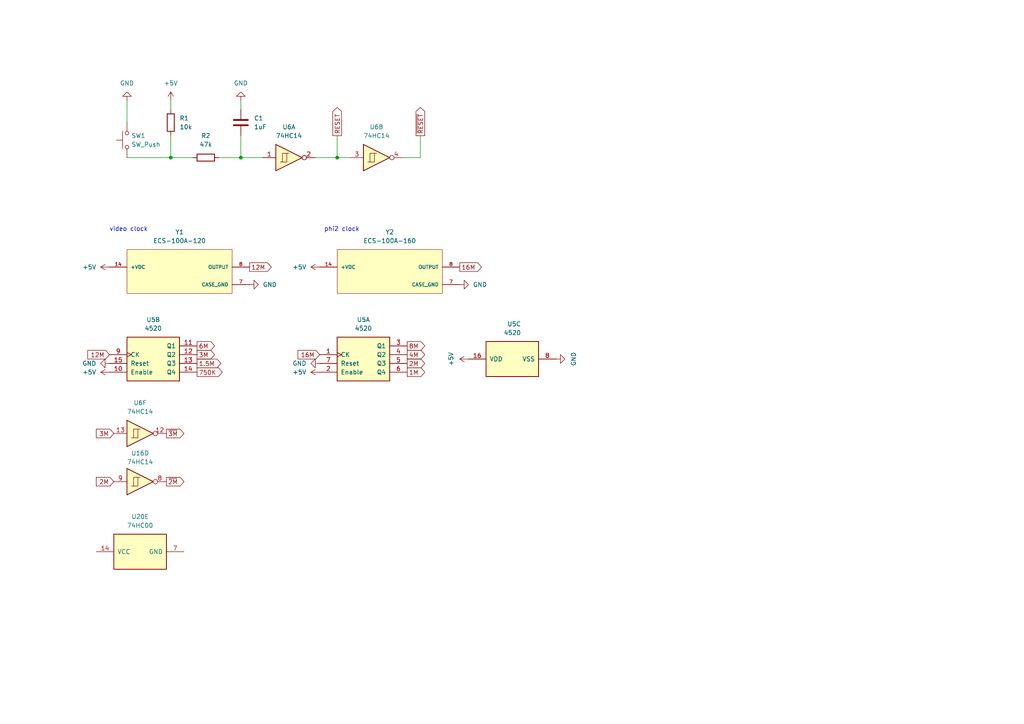
<source format=kicad_sch>
(kicad_sch (version 20230121) (generator eeschema)
  (paper "A4")
  (title_block (title "ʕ·ᴥ·ʔ-clock & reset"))
  (lib_symbols
    (symbol "4xxx:4520" (pin_names (offset 1.016))
      (property "Reference" "U" (at -7.62 8.89 0))
      (property "Value" "4520" (at -7.62 -8.89 0))
      (symbol "4520_1_0"
        (pin input clock (at -12.7 0 0) (length 5.08) (name "CK") (number "1"))
        (pin input line (at -12.7 -5.08 0) (length 5.08) (name "Enable") (number "2"))
        (pin output line (at 12.7 2.54 180) (length 5.08) (name "Q1") (number "3"))
        (pin output line (at 12.7 0 180) (length 5.08) (name "Q2") (number "4"))
        (pin output line (at 12.7 -2.54 180) (length 5.08) (name "Q3") (number "5"))
        (pin output line (at 12.7 -5.08 180) (length 5.08) (name "Q4") (number "6"))
        (pin input line (at -12.7 -2.54 0) (length 5.08) (name "Reset") (number "7"))
      )
      (symbol "4520_1_1"
        (rectangle (start -7.62 5.08) (end 7.62 -7.62) (stroke (width 0.254)) (fill (type background)))
      )
      (symbol "4520_2_0"
        (pin input line (at -12.7 -5.08 0) (length 5.08) (name "Enable") (number "10"))
        (pin output line (at 12.7 2.54 180) (length 5.08) (name "Q1") (number "11"))
        (pin output line (at 12.7 0 180) (length 5.08) (name "Q2") (number "12"))
        (pin output line (at 12.7 -2.54 180) (length 5.08) (name "Q3") (number "13"))
        (pin output line (at 12.7 -5.08 180) (length 5.08) (name "Q4") (number "14"))
        (pin input line (at -12.7 -2.54 0) (length 5.08) (name "Reset") (number "15"))
        (pin input clock (at -12.7 0 0) (length 5.08) (name "CK") (number "9"))
      )
      (symbol "4520_2_1"
        (rectangle (start -7.62 5.08) (end 7.62 -7.62) (stroke (width 0.254)) (fill (type background)))
      )
      (symbol "4520_3_0"
        (pin power_in line (at 0 12.7 270) (length 5.08) (name "VDD") (number "16"))
        (pin power_in line (at 0 -12.7 90) (length 5.08) (name "VSS") (number "8"))
      )
      (symbol "4520_3_1"
        (rectangle (start -5.08 7.62) (end 5.08 -7.62) (stroke (width 0.254)) (fill (type background)))
      )
    )
    (symbol "74xx:74HC00" (pin_names (offset 1.016))
      (property "Reference" "U" (at 0 1.27 0))
      (property "Value" "74HC00" (at 0 -1.27 0))
      (symbol "74HC00_1_1"
        (arc (start 0 -3.81) (mid 3.7934 0) (end 0 3.81) (stroke (width 0.254)) (fill (type background)))
        (polyline (pts (xy 0 3.81) (xy -3.81 3.81) (xy -3.81 -3.81) (xy 0 -3.81)) (stroke (width 0.254)) (fill (type background)))
        (pin input line (at -7.62 2.54 0) (length 3.81) (name "~") (number "1"))
        (pin input line (at -7.62 -2.54 0) (length 3.81) (name "~") (number "2"))
        (pin output inverted (at 7.62 0 180) (length 3.81) (name "~") (number "3"))
      )
      (symbol "74HC00_1_2"
        (arc (start -3.81 -3.81) (mid -2.589 0) (end -3.81 3.81) (stroke (width 0.254)))
        (arc (start -0.6096 -3.81) (mid 2.1842 -2.5851) (end 3.81 0) (stroke (width 0.254)) (fill (type background)))
        (polyline (pts (xy -3.81 -3.81) (xy -0.635 -3.81)) (stroke (width 0.254)) (fill (type background)))
        (polyline (pts (xy -3.81 3.81) (xy -0.635 3.81)) (stroke (width 0.254)) (fill (type background)))
        (polyline (pts (xy -0.635 3.81) (xy -3.81 3.81) (xy -3.81 3.81) (xy -3.556 3.4036) (xy -3.0226 2.2606) (xy -2.6924 1.0414) (xy -2.6162 -0.254) (xy -2.7686 -1.4986) (xy -3.175 -2.7178) (xy -3.81 -3.81) (xy -3.81 -3.81) (xy -0.635 -3.81)) (stroke (width -25.4)) (fill (type background)))
        (arc (start 3.81 0) (mid 2.1915 2.5936) (end -0.6096 3.81) (stroke (width 0.254)) (fill (type background)))
        (pin input inverted (at -7.62 2.54 0) (length 4.318) (name "~") (number "1"))
        (pin input inverted (at -7.62 -2.54 0) (length 4.318) (name "~") (number "2"))
        (pin output line (at 7.62 0 180) (length 3.81) (name "~") (number "3"))
      )
      (symbol "74HC00_2_1"
        (arc (start 0 -3.81) (mid 3.7934 0) (end 0 3.81) (stroke (width 0.254)) (fill (type background)))
        (polyline (pts (xy 0 3.81) (xy -3.81 3.81) (xy -3.81 -3.81) (xy 0 -3.81)) (stroke (width 0.254)) (fill (type background)))
        (pin input line (at -7.62 2.54 0) (length 3.81) (name "~") (number "4"))
        (pin input line (at -7.62 -2.54 0) (length 3.81) (name "~") (number "5"))
        (pin output inverted (at 7.62 0 180) (length 3.81) (name "~") (number "6"))
      )
      (symbol "74HC00_2_2"
        (arc (start -3.81 -3.81) (mid -2.589 0) (end -3.81 3.81) (stroke (width 0.254)))
        (arc (start -0.6096 -3.81) (mid 2.1842 -2.5851) (end 3.81 0) (stroke (width 0.254)) (fill (type background)))
        (polyline (pts (xy -3.81 -3.81) (xy -0.635 -3.81)) (stroke (width 0.254)) (fill (type background)))
        (polyline (pts (xy -3.81 3.81) (xy -0.635 3.81)) (stroke (width 0.254)) (fill (type background)))
        (polyline (pts (xy -0.635 3.81) (xy -3.81 3.81) (xy -3.81 3.81) (xy -3.556 3.4036) (xy -3.0226 2.2606) (xy -2.6924 1.0414) (xy -2.6162 -0.254) (xy -2.7686 -1.4986) (xy -3.175 -2.7178) (xy -3.81 -3.81) (xy -3.81 -3.81) (xy -0.635 -3.81)) (stroke (width -25.4)) (fill (type background)))
        (arc (start 3.81 0) (mid 2.1915 2.5936) (end -0.6096 3.81) (stroke (width 0.254)) (fill (type background)))
        (pin input inverted (at -7.62 2.54 0) (length 4.318) (name "~") (number "4"))
        (pin input inverted (at -7.62 -2.54 0) (length 4.318) (name "~") (number "5"))
        (pin output line (at 7.62 0 180) (length 3.81) (name "~") (number "6"))
      )
      (symbol "74HC00_3_1"
        (arc (start 0 -3.81) (mid 3.7934 0) (end 0 3.81) (stroke (width 0.254)) (fill (type background)))
        (polyline (pts (xy 0 3.81) (xy -3.81 3.81) (xy -3.81 -3.81) (xy 0 -3.81)) (stroke (width 0.254)) (fill (type background)))
        (pin input line (at -7.62 -2.54 0) (length 3.81) (name "~") (number "10"))
        (pin output inverted (at 7.62 0 180) (length 3.81) (name "~") (number "8"))
        (pin input line (at -7.62 2.54 0) (length 3.81) (name "~") (number "9"))
      )
      (symbol "74HC00_3_2"
        (arc (start -3.81 -3.81) (mid -2.589 0) (end -3.81 3.81) (stroke (width 0.254)))
        (arc (start -0.6096 -3.81) (mid 2.1842 -2.5851) (end 3.81 0) (stroke (width 0.254)) (fill (type background)))
        (polyline (pts (xy -3.81 -3.81) (xy -0.635 -3.81)) (stroke (width 0.254)) (fill (type background)))
        (polyline (pts (xy -3.81 3.81) (xy -0.635 3.81)) (stroke (width 0.254)) (fill (type background)))
        (polyline (pts (xy -0.635 3.81) (xy -3.81 3.81) (xy -3.81 3.81) (xy -3.556 3.4036) (xy -3.0226 2.2606) (xy -2.6924 1.0414) (xy -2.6162 -0.254) (xy -2.7686 -1.4986) (xy -3.175 -2.7178) (xy -3.81 -3.81) (xy -3.81 -3.81) (xy -0.635 -3.81)) (stroke (width -25.4)) (fill (type background)))
        (arc (start 3.81 0) (mid 2.1915 2.5936) (end -0.6096 3.81) (stroke (width 0.254)) (fill (type background)))
        (pin input inverted (at -7.62 -2.54 0) (length 4.318) (name "~") (number "10"))
        (pin output line (at 7.62 0 180) (length 3.81) (name "~") (number "8"))
        (pin input inverted (at -7.62 2.54 0) (length 4.318) (name "~") (number "9"))
      )
      (symbol "74HC00_4_1"
        (arc (start 0 -3.81) (mid 3.7934 0) (end 0 3.81) (stroke (width 0.254)) (fill (type background)))
        (polyline (pts (xy 0 3.81) (xy -3.81 3.81) (xy -3.81 -3.81) (xy 0 -3.81)) (stroke (width 0.254)) (fill (type background)))
        (pin output inverted (at 7.62 0 180) (length 3.81) (name "~") (number "11"))
        (pin input line (at -7.62 2.54 0) (length 3.81) (name "~") (number "12"))
        (pin input line (at -7.62 -2.54 0) (length 3.81) (name "~") (number "13"))
      )
      (symbol "74HC00_4_2"
        (arc (start -3.81 -3.81) (mid -2.589 0) (end -3.81 3.81) (stroke (width 0.254)))
        (arc (start -0.6096 -3.81) (mid 2.1842 -2.5851) (end 3.81 0) (stroke (width 0.254)) (fill (type background)))
        (polyline (pts (xy -3.81 -3.81) (xy -0.635 -3.81)) (stroke (width 0.254)) (fill (type background)))
        (polyline (pts (xy -3.81 3.81) (xy -0.635 3.81)) (stroke (width 0.254)) (fill (type background)))
        (polyline (pts (xy -0.635 3.81) (xy -3.81 3.81) (xy -3.81 3.81) (xy -3.556 3.4036) (xy -3.0226 2.2606) (xy -2.6924 1.0414) (xy -2.6162 -0.254) (xy -2.7686 -1.4986) (xy -3.175 -2.7178) (xy -3.81 -3.81) (xy -3.81 -3.81) (xy -0.635 -3.81)) (stroke (width -25.4)) (fill (type background)))
        (arc (start 3.81 0) (mid 2.1915 2.5936) (end -0.6096 3.81) (stroke (width 0.254)) (fill (type background)))
        (pin output line (at 7.62 0 180) (length 3.81) (name "~") (number "11"))
        (pin input inverted (at -7.62 2.54 0) (length 4.318) (name "~") (number "12"))
        (pin input inverted (at -7.62 -2.54 0) (length 4.318) (name "~") (number "13"))
      )
      (symbol "74HC00_5_0"
        (pin power_in line (at 0 12.7 270) (length 5.08) (name "VCC") (number "14"))
        (pin power_in line (at 0 -12.7 90) (length 5.08) (name "GND") (number "7"))
      )
      (symbol "74HC00_5_1"
        (rectangle (start -5.08 7.62) (end 5.08 -7.62) (stroke (width 0.254)) (fill (type background)))
      )
    )
    (symbol "74xx:74HC14" (pin_names (offset 1.016))
      (property "Reference" "U" (at 0 1.27 0))
      (property "Value" "74HC14" (at 0 -1.27 0))
      (symbol "74HC14_1_0"
        (polyline (pts (xy -3.81 3.81) (xy -3.81 -3.81) (xy 3.81 0) (xy -3.81 3.81)) (stroke (width 0.254)) (fill (type background)))
        (pin input line (at -7.62 0 0) (length 3.81) (name "~") (number "1"))
        (pin output inverted (at 7.62 0 180) (length 3.81) (name "~") (number "2"))
      )
      (symbol "74HC14_1_1"
        (polyline (pts (xy -1.905 -1.27) (xy -1.905 1.27) (xy -0.635 1.27)))
        (polyline (pts (xy -2.54 -1.27) (xy -0.635 -1.27) (xy -0.635 1.27) (xy 0 1.27)))
      )
      (symbol "74HC14_2_0"
        (polyline (pts (xy -3.81 3.81) (xy -3.81 -3.81) (xy 3.81 0) (xy -3.81 3.81)) (stroke (width 0.254)) (fill (type background)))
        (pin input line (at -7.62 0 0) (length 3.81) (name "~") (number "3"))
        (pin output inverted (at 7.62 0 180) (length 3.81) (name "~") (number "4"))
      )
      (symbol "74HC14_2_1"
        (polyline (pts (xy -1.905 -1.27) (xy -1.905 1.27) (xy -0.635 1.27)))
        (polyline (pts (xy -2.54 -1.27) (xy -0.635 -1.27) (xy -0.635 1.27) (xy 0 1.27)))
      )
      (symbol "74HC14_3_0"
        (polyline (pts (xy -3.81 3.81) (xy -3.81 -3.81) (xy 3.81 0) (xy -3.81 3.81)) (stroke (width 0.254)) (fill (type background)))
        (pin input line (at -7.62 0 0) (length 3.81) (name "~") (number "5"))
        (pin output inverted (at 7.62 0 180) (length 3.81) (name "~") (number "6"))
      )
      (symbol "74HC14_3_1"
        (polyline (pts (xy -1.905 -1.27) (xy -1.905 1.27) (xy -0.635 1.27)))
        (polyline (pts (xy -2.54 -1.27) (xy -0.635 -1.27) (xy -0.635 1.27) (xy 0 1.27)))
      )
      (symbol "74HC14_4_0"
        (polyline (pts (xy -3.81 3.81) (xy -3.81 -3.81) (xy 3.81 0) (xy -3.81 3.81)) (stroke (width 0.254)) (fill (type background)))
        (pin output inverted (at 7.62 0 180) (length 3.81) (name "~") (number "8"))
        (pin input line (at -7.62 0 0) (length 3.81) (name "~") (number "9"))
      )
      (symbol "74HC14_4_1"
        (polyline (pts (xy -1.905 -1.27) (xy -1.905 1.27) (xy -0.635 1.27)))
        (polyline (pts (xy -2.54 -1.27) (xy -0.635 -1.27) (xy -0.635 1.27) (xy 0 1.27)))
      )
      (symbol "74HC14_5_0"
        (polyline (pts (xy -3.81 3.81) (xy -3.81 -3.81) (xy 3.81 0) (xy -3.81 3.81)) (stroke (width 0.254)) (fill (type background)))
        (pin output inverted (at 7.62 0 180) (length 3.81) (name "~") (number "10"))
        (pin input line (at -7.62 0 0) (length 3.81) (name "~") (number "11"))
      )
      (symbol "74HC14_5_1"
        (polyline (pts (xy -1.905 -1.27) (xy -1.905 1.27) (xy -0.635 1.27)))
        (polyline (pts (xy -2.54 -1.27) (xy -0.635 -1.27) (xy -0.635 1.27) (xy 0 1.27)))
      )
      (symbol "74HC14_6_0"
        (polyline (pts (xy -3.81 3.81) (xy -3.81 -3.81) (xy 3.81 0) (xy -3.81 3.81)) (stroke (width 0.254)) (fill (type background)))
        (pin output inverted (at 7.62 0 180) (length 3.81) (name "~") (number "12"))
        (pin input line (at -7.62 0 0) (length 3.81) (name "~") (number "13"))
      )
      (symbol "74HC14_6_1"
        (polyline (pts (xy -1.905 -1.27) (xy -1.905 1.27) (xy -0.635 1.27)))
        (polyline (pts (xy -2.54 -1.27) (xy -0.635 -1.27) (xy -0.635 1.27) (xy 0 1.27)))
      )
      (symbol "74HC14_7_0"
        (pin power_in line (at 0 12.7 270) (length 5.08) (name "VCC") (number "14"))
        (pin power_in line (at 0 -12.7 90) (length 5.08) (name "GND") (number "7"))
      )
      (symbol "74HC14_7_1"
        (rectangle (start -5.08 7.62) (end 5.08 -7.62) (stroke (width 0.254)) (fill (type background)))
      )
    )
    (symbol "Device:C" (pin_numbers hide) (pin_names (offset 0.254))
      (property "Reference" "C" (at 0.635 2.54 0))
      (property "Value" "C" (at 0.635 -2.54 0))
      (symbol "C_0_1"
        (polyline (pts (xy -2.032 -0.762) (xy 2.032 -0.762)) (stroke (width 0.508)))
        (polyline (pts (xy -2.032 0.762) (xy 2.032 0.762)) (stroke (width 0.508)))
      )
      (symbol "C_1_1"
        (pin passive line (at 0 3.81 270) (length 2.794) (name "~") (number "1"))
        (pin passive line (at 0 -3.81 90) (length 2.794) (name "~") (number "2"))
      )
    )
    (symbol "ECS-100A-120:ECS-100A-120" (pin_names (offset 1.016))
      (property "Reference" "Y" (at -15.3343 5.1114 0))
      (property "Value" "ECS-100A-120" (at -15.2975 -10.1984 0))
      (symbol "ECS-100A-120_0_0"
        (rectangle (start -15.24 -7.62) (end 15.24 5.08) (stroke (width 0.127)) (fill (type background)))
        (pin input line (at -20.32 0 0) (length 5.08) (name "+VDC") (number "14"))
        (pin power_in line (at 20.32 -5.08 180) (length 5.08) (name "CASE_GND") (number "7"))
        (pin output line (at 20.32 0 180) (length 5.08) (name "OUTPUT") (number "8"))
      )
    )
    (symbol "ECS-100A-160:ECS-100A-160" (pin_names (offset 1.016))
      (property "Reference" "Y" (at -15.3343 5.1114 0))
      (property "Value" "ECS-100A-160" (at -15.2975 -10.1984 0))
      (symbol "ECS-100A-160_0_0"
        (rectangle (start -15.24 -7.62) (end 15.24 5.08) (stroke (width 0.127)) (fill (type background)))
        (pin input line (at -20.32 0 0) (length 5.08) (name "+VDC") (number "14"))
        (pin power_in line (at 20.32 -5.08 180) (length 5.08) (name "CASE_GND") (number "7"))
        (pin output line (at 20.32 0 180) (length 5.08) (name "OUTPUT") (number "8"))
      )
    )
    (symbol "Switch:SW_Push" (pin_numbers hide) (pin_names (offset 1.016) hide)
      (property "Reference" "SW" (at 1.27 2.54 0))
      (property "Value" "SW_Push" (at 0 -1.524 0))
      (symbol "SW_Push_0_1"
        (circle (center -2.032 0) (radius 0.508))
        (polyline (pts (xy 0 1.27) (xy 0 3.048)))
        (polyline (pts (xy 2.54 1.27) (xy -2.54 1.27)))
        (circle (center 2.032 0) (radius 0.508))
        (pin passive line (at -5.08 0 0) (length 2.54) (name "1") (number "1"))
        (pin passive line (at 5.08 0 180) (length 2.54) (name "2") (number "2"))
      )
    )
    (symbol "kitty:R" (pin_numbers hide) (pin_names (offset 0))
      (property "Reference" "R" (at 2.032 0 90))
      (property "Value" "R" (at 0 0 90))
      (symbol "R_0_1"
        (rectangle (start -1.016 -2.54) (end 1.016 2.54) (stroke (width 0.254)))
      )
      (symbol "R_1_1"
        (pin passive line (at 0 3.81 270) (length 1.27) (name "~") (number "1"))
        (pin passive line (at 0 -3.81 90) (length 1.27) (name "~") (number "2"))
      )
    )
    (symbol "power:+5V" (power) (pin_names (offset 0))
      (property "Value" "+5V" (at 0 3.556 0))
      (symbol "+5V_0_1"
        (polyline (pts (xy -0.762 1.27) (xy 0 2.54)))
        (polyline (pts (xy 0 0) (xy 0 2.54)))
        (polyline (pts (xy 0 2.54) (xy 0.762 1.27)))
      )
      (symbol "+5V_1_1"
        (pin power_in line (at 0 0 90) (length 0) hide (name "+5V") (number "1"))
      )
    )
    (symbol "power:GND" (power) (pin_names (offset 0))
      (property "Value" "GND" (at 0 -3.81 0))
      (symbol "GND_0_1"
        (polyline (pts (xy 0 0) (xy 0 -1.27) (xy 1.27 -1.27) (xy 0 -2.54) (xy -1.27 -1.27) (xy 0 -1.27)))
      )
      (symbol "GND_1_1"
        (pin power_in line (at 0 0 270) (length 0) hide (name "GND") (number "1"))
      )
    )
  )
  (junction (at 49.53 45.72))
  (junction (at 97.79 45.72))
  (junction (at 69.85 45.72))
  (wire (pts (xy 91.44 45.72) (xy 97.79 45.72)))
  (wire (pts (xy 49.53 39.37) (xy 49.53 45.72)))
  (wire (pts (xy 36.83 45.72) (xy 49.53 45.72)))
  (wire (pts (xy 97.79 39.37) (xy 97.79 45.72)))
  (wire (pts (xy 69.85 39.37) (xy 69.85 45.72)))
  (wire (pts (xy 49.53 29.21) (xy 49.53 31.75)))
  (wire (pts (xy 97.79 45.72) (xy 101.6 45.72)))
  (wire (pts (xy 116.84 45.72) (xy 121.92 45.72)))
  (wire (pts (xy 36.83 29.21) (xy 36.83 35.56)))
  (wire (pts (xy 69.85 45.72) (xy 76.2 45.72)))
  (wire (pts (xy 69.85 29.21) (xy 69.85 31.75)))
  (wire (pts (xy 63.5 45.72) (xy 69.85 45.72)))
  (wire (pts (xy 121.92 39.37) (xy 121.92 45.72)))
  (wire (pts (xy 49.53 45.72) (xy 55.88 45.72)))
  (text "phi2 clock" (at 93.98 67.31 0) (effects (font (size 1.27 1.27)) (justify left bottom)))
  (text "video clock" (at 31.75 67.31 0) (effects (font (size 1.27 1.27)) (justify left bottom)))
  (global_label "16M" (shape output) (at 133.35 77.47 0) (property "Intersheetrefs" "${INTERSHEET_REFS}" (effects hide)))
  (global_label "8M" (shape output) (at 118.11 100.33 0) (property "Intersheetrefs" "${INTERSHEET_REFS}" (effects hide)))
  (global_label "16M" (shape input) (at 92.71 102.87 180) (property "Intersheetrefs" "${INTERSHEET_REFS}" (effects hide)))
  (global_label "4M" (shape output) (at 118.11 102.87 0) (property "Intersheetrefs" "${INTERSHEET_REFS}" (effects hide)))
  (global_label "~{2M}" (shape output) (at 48.26 139.7 0) (property "Intersheetrefs" "${INTERSHEET_REFS}" (effects hide)))
  (global_label "2M" (shape input) (at 33.02 139.7 180) (property "Intersheetrefs" "${INTERSHEET_REFS}" (effects hide)))
  (global_label "~{3M}" (shape output) (at 48.26 125.73 0) (property "Intersheetrefs" "${INTERSHEET_REFS}" (effects hide)))
  (global_label "6M" (shape output) (at 57.15 100.33 0) (property "Intersheetrefs" "${INTERSHEET_REFS}" (effects hide)))
  (global_label "12M" (shape input) (at 31.75 102.87 180) (property "Intersheetrefs" "${INTERSHEET_REFS}" (effects hide)))
  (global_label "~{RESET}" (shape output) (at 121.92 39.37 90) (property "Intersheetrefs" "${INTERSHEET_REFS}" (effects hide)))
  (global_label "2M" (shape output) (at 118.11 105.41 0) (property "Intersheetrefs" "${INTERSHEET_REFS}" (effects hide)))
  (global_label "3M" (shape output) (at 57.15 102.87 0) (property "Intersheetrefs" "${INTERSHEET_REFS}" (effects hide)))
  (global_label "RESET" (shape output) (at 97.79 39.37 90) (property "Intersheetrefs" "${INTERSHEET_REFS}" (effects hide)))
  (global_label "12M" (shape output) (at 72.39 77.47 0) (property "Intersheetrefs" "${INTERSHEET_REFS}" (effects hide)))
  (global_label "750K" (shape output) (at 57.15 107.95 0) (property "Intersheetrefs" "${INTERSHEET_REFS}" (effects hide)))
  (global_label "1M" (shape output) (at 118.11 107.95 0) (property "Intersheetrefs" "${INTERSHEET_REFS}" (effects hide)))
  (global_label "3M" (shape input) (at 33.02 125.73 180) (property "Intersheetrefs" "${INTERSHEET_REFS}" (effects hide)))
  (global_label "1.5M" (shape output) (at 57.15 105.41 0) (property "Intersheetrefs" "${INTERSHEET_REFS}" (effects hide)))
  (symbol (lib_id "power:GND") (at 31.75 105.41 270) (unit 1)
    (property "Reference" "#PWR06" (effects hide))
    (property "Value" "GND" (at 27.94 105.41 90) (effects (justify right)))
  )
  (symbol (lib_id "power:GND") (at 92.71 105.41 270) (unit 1)
    (property "Reference" "#PWR050" (effects hide))
    (property "Value" "GND" (at 88.9 105.41 90) (effects (justify right)))
  )
  (symbol (lib_id "74xx:74HC14") (at 83.82 45.72 0) (unit 1)
    (property "Reference" "U6" (at 83.82 36.83 0))
    (property "Value" "74HC14" (at 83.82 39.37 0))
    (property "Datasheet" "http://www.ti.com/lit/gpn/sn74HC14" (effects hide))
  )
  (symbol (lib_id "power:GND") (at 36.83 29.21 180) (unit 1)
    (property "Reference" "#PWR03" (effects hide))
    (property "Value" "GND" (at 36.83 24.13 0))
  )
  (symbol (lib_id "4xxx:4520") (at 105.41 102.87 0) (unit 1)
    (property "Reference" "U5" (at 105.41 92.71 0))
    (property "Value" "4520" (at 105.41 95.25 0))
    (property "Datasheet" "http://www.intersil.com/content/dam/Intersil/documents/cd45/cd4518bms-20bms.pdf" (effects hide))
  )
  (symbol (lib_id "74xx:74HC14") (at 109.22 45.72 0) (unit 2)
    (property "Reference" "U6" (at 109.22 36.83 0))
    (property "Value" "74HC14" (at 109.22 39.37 0))
    (property "Datasheet" "http://www.ti.com/lit/gpn/sn74HC14" (effects hide))
  )
  (symbol (lib_id "power:+5V") (at 49.53 29.21 0) (unit 1)
    (property "Reference" "#PWR01" (effects hide))
    (property "Value" "+5V" (at 49.53 24.13 0))
  )
  (symbol (lib_id "power:+5V") (at 135.89 104.14 90) (unit 1)
    (property "Reference" "#PWR048" (effects hide))
    (property "Value" "+5V" (at 130.81 104.14 0))
  )
  (symbol (lib_id "kitty:R") (at 49.53 35.56 0) (unit 1)
    (property "Reference" "R1" (at 52.07 34.29 0) (effects (justify left)))
    (property "Value" "10k" (at 52.07 36.83 0) (effects (justify left)))
  )
  (symbol (lib_id "4xxx:4520") (at 148.59 104.14 90) (unit 3)
    (property "Reference" "U5" (at 151.13 93.98 90) (effects (justify left)))
    (property "Value" "4520" (at 151.13 96.52 90) (effects (justify left)))
    (property "Datasheet" "http://www.intersil.com/content/dam/Intersil/documents/cd45/cd4518bms-20bms.pdf" (effects hide))
  )
  (symbol (lib_id "74xx:74HC14") (at 40.64 139.7 0) (unit 4)
    (property "Reference" "U16" (at 40.64 131.445 0))
    (property "Value" "74HC14" (at 40.64 133.985 0))
    (property "Datasheet" "http://www.ti.com/lit/gpn/sn74HC14" (effects hide))
    (instances (project "george" (path "" (reference "U16") (unit 4)) (path "" (reference "U16") (unit 4)) (path "" (reference "U14") (unit 4))))
  )
  (symbol (lib_id "ECS-100A-160:ECS-100A-160") (at 113.03 77.47 0) (unit 1)
    (property "Reference" "Y2" (at 113.03 67.31 0))
    (property "Value" "ECS-100A-160" (at 113.03 69.85 0))
    (property "Footprint" "Oscillator:Oscillator_DIP-14" (effects hide))
    (property "MF" "ECS International" (effects hide))
    (property "DESCRIPTION" "TH Crystal Oscillator 64MHz 4-Pin DIP" (effects hide))
    (property "PACKAGE" "DIP-4 ECS International" (effects hide))
    (property "PRICE" "1.89 USD" (effects hide))
    (property "MP" "ECS-100AX-640" (effects hide))
    (property "AVAILABILITY" "Warning" (effects hide))
  )
  (symbol (lib_id "ECS-100A-120:ECS-100A-120") (at 52.07 77.47 0) (unit 1)
    (property "Reference" "Y1" (at 52.07 67.31 0))
    (property "Value" "ECS-100A-120" (at 52.07 69.85 0))
    (property "Footprint" "Oscillator:Oscillator_DIP-14" (effects hide))
    (property "DigiKey_Part_Number" "X126-ND" (effects hide))
    (property "MF" "ECS Inc." (effects hide))
    (property "DESCRIPTION" "TH Crystal Oscillator 64MHz 4-Pin DIP" (effects hide))
    (property "PACKAGE" "DIP-4 ECS International" (effects hide))
    (property "PRICE" "1.89 USD" (effects hide))
    (property "Package" "DIP-4 ECS International" (effects hide))
    (property "Check_prices" "https://www.snapeda.com/parts/ECS-100A-120/ECS+Inc./view-part/?ref=eda" (effects hide))
    (property "SnapEDA_Link" "https://www.snapeda.com/parts/ECS-100A-120/ECS+Inc./view-part/?ref=snap" (effects hide))
    (property "MP" "ECS-100A-120" (effects hide))
    (property "Description" "\n12 MHz XO (Standard) TTL Oscillator 5V - 14-DIP, 4 Leads (Full Size, Metal Can)\n" (effects hide))
    (property "AVAILABILITY" "Warning" (effects hide))
    (property "Purchase-URL" "https://www.snapeda.com/api/url_track_click_mouser/?unipart_id=3182339&manufacturer=ECS Inc.&part_name=ECS-100A-120&search_term=None" (effects hide))
  )
  (symbol (lib_id "power:+5V") (at 31.75 77.47 90) (unit 1)
    (property "Reference" "#PWR04" (effects hide))
    (property "Value" "+5V" (at 27.94 77.47 90) (effects (justify left)))
  )
  (symbol (lib_id "74xx:74HC00") (at 40.64 160.02 90) (unit 5)
    (property "Reference" "U20" (at 40.64 149.86 90))
    (property "Value" "74HC00" (at 40.64 152.4 90))
    (property "Datasheet" "http://www.ti.com/lit/gpn/sn74hc00" (effects hide))
  )
  (symbol (lib_id "Switch:SW_Push") (at 36.83 40.64 90) (unit 1)
    (property "Reference" "SW1" (at 38.1 39.37 90) (effects (justify right)))
    (property "Value" "SW_Push" (at 38.1 41.91 90) (effects (justify right)))
  )
  (symbol (lib_id "4xxx:4520") (at 44.45 102.87 0) (unit 2)
    (property "Reference" "U5" (at 44.45 92.71 0))
    (property "Value" "4520" (at 44.45 95.25 0))
    (property "Datasheet" "http://www.intersil.com/content/dam/Intersil/documents/cd45/cd4518bms-20bms.pdf" (effects hide))
  )
  (symbol (lib_id "power:+5V") (at 92.71 107.95 90) (unit 1)
    (property "Reference" "#PWR051" (effects hide))
    (property "Value" "+5V" (at 88.9 107.95 90) (effects (justify left)))
  )
  (symbol (lib_id "power:GND") (at 161.29 104.14 90) (unit 1)
    (property "Reference" "#PWR049" (effects hide))
    (property "Value" "GND" (at 166.37 104.14 0))
  )
  (symbol (lib_id "power:+5V") (at 31.75 107.95 90) (unit 1)
    (property "Reference" "#PWR07" (effects hide))
    (property "Value" "+5V" (at 27.94 107.95 90) (effects (justify left)))
  )
  (symbol (lib_id "kitty:R") (at 59.69 45.72 90) (unit 1)
    (property "Reference" "R2" (at 59.69 39.37 90))
    (property "Value" "47k" (at 59.69 41.91 90))
  )
  (symbol (lib_id "power:+5V") (at 92.71 77.47 90) (unit 1)
    (property "Reference" "#PWR044" (effects hide))
    (property "Value" "+5V" (at 88.9 77.47 90) (effects (justify left)))
  )
  (symbol (lib_id "74xx:74HC14") (at 40.64 125.73 0) (unit 6)
    (property "Reference" "U6" (at 40.64 116.84 0))
    (property "Value" "74HC14" (at 40.64 119.38 0))
    (property "Datasheet" "http://www.ti.com/lit/gpn/sn74HC14" (effects hide))
    (instances (project "george" (path "" (reference "U6") (unit 6)) (path "" (reference "U6") (unit 4))))
  )
  (symbol (lib_id "power:GND") (at 69.85 29.21 180) (unit 1)
    (property "Reference" "#PWR02" (effects hide))
    (property "Value" "GND" (at 69.85 24.13 0))
  )
  (symbol (lib_id "power:GND") (at 72.39 82.55 90) (unit 1)
    (property "Reference" "#PWR05" (effects hide))
    (property "Value" "GND" (at 76.2 82.55 90) (effects (justify right)))
  )
  (symbol (lib_id "power:GND") (at 133.35 82.55 90) (unit 1)
    (property "Reference" "#PWR047" (effects hide))
    (property "Value" "GND" (at 137.16 82.55 90) (effects (justify right)))
  )
  (symbol (lib_id "Device:C") (at 69.85 35.56 0) (unit 1)
    (property "Reference" "C1" (at 73.66 34.29 0) (effects (justify left)))
    (property "Value" "1uF" (at 73.66 36.83 0) (effects (justify left)))
  )
)
</source>
